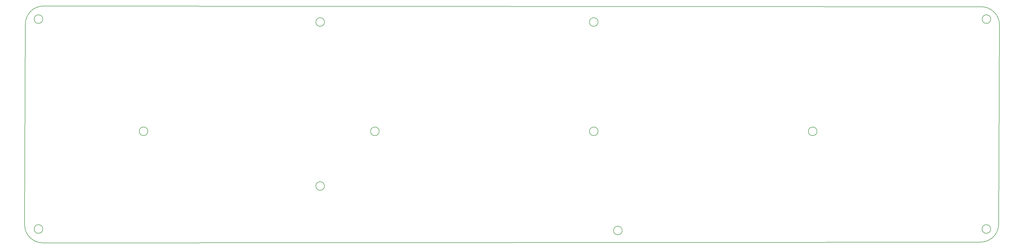
<source format=gbr>
G04 #@! TF.GenerationSoftware,KiCad,Pcbnew,5.0.2+dfsg1-1*
G04 #@! TF.CreationDate,2020-05-11T02:21:25-07:00*
G04 #@! TF.ProjectId,keyboard,6b657962-6f61-4726-942e-6b696361645f,rev?*
G04 #@! TF.SameCoordinates,Original*
G04 #@! TF.FileFunction,Profile,NP*
%FSLAX46Y46*%
G04 Gerber Fmt 4.6, Leading zero omitted, Abs format (unit mm)*
G04 Created by KiCad (PCBNEW 5.0.2+dfsg1-1) date Mon 11 May 2020 02:21:25 AM PDT*
%MOMM*%
%LPD*%
G01*
G04 APERTURE LIST*
%ADD10C,0.200000*%
%ADD11C,0.150000*%
G04 APERTURE END LIST*
D10*
X77700000Y-124714000D02*
G75*
G03X77700000Y-124714000I-1500000J0D01*
G01*
X172950000Y-105664000D02*
G75*
G03X172950000Y-105664000I-1500000J0D01*
G01*
X172950000Y-67564000D02*
G75*
G03X172950000Y-67564000I-1500000J0D01*
G01*
X16232000Y-105640000D02*
G75*
G03X16232000Y-105640000I-1500000J0D01*
G01*
X96750000Y-105664000D02*
G75*
G03X96750000Y-105664000I-1500000J0D01*
G01*
X249150000Y-105664000D02*
G75*
G03X249150000Y-105664000I-1500000J0D01*
G01*
X77700000Y-67564000D02*
G75*
G03X77700000Y-67564000I-1500000J0D01*
G01*
X181332000Y-140208000D02*
G75*
G03X181332000Y-140208000I-1500000J0D01*
G01*
X-20344000Y-139700000D02*
G75*
G03X-20344000Y-139700000I-1500000J0D01*
G01*
X309602000Y-139700000D02*
G75*
G03X309602000Y-139700000I-1500000J0D01*
G01*
X-20344000Y-66548000D02*
G75*
G03X-20344000Y-66548000I-1500000J0D01*
G01*
X309626000Y-66548000D02*
G75*
G03X309626000Y-66548000I-1500000J0D01*
G01*
D11*
X-20320000Y-144526000D02*
G75*
G02X-26670000Y-138176000I0J6350000D01*
G01*
X-26416000Y-68326000D02*
G75*
G02X-20066000Y-61976000I6350000J0D01*
G01*
X306324000Y-62230000D02*
G75*
G02X312674000Y-68580000I0J-6350000D01*
G01*
X312420000Y-137922000D02*
G75*
G02X306070000Y-144272000I-6350000J0D01*
G01*
X-20320000Y-144526000D02*
X306070000Y-144272000D01*
X-26416000Y-68326000D02*
X-26670000Y-138176000D01*
X306324000Y-62230000D02*
X-20066000Y-61976000D01*
X312420000Y-137922000D02*
X312674000Y-68580000D01*
M02*

</source>
